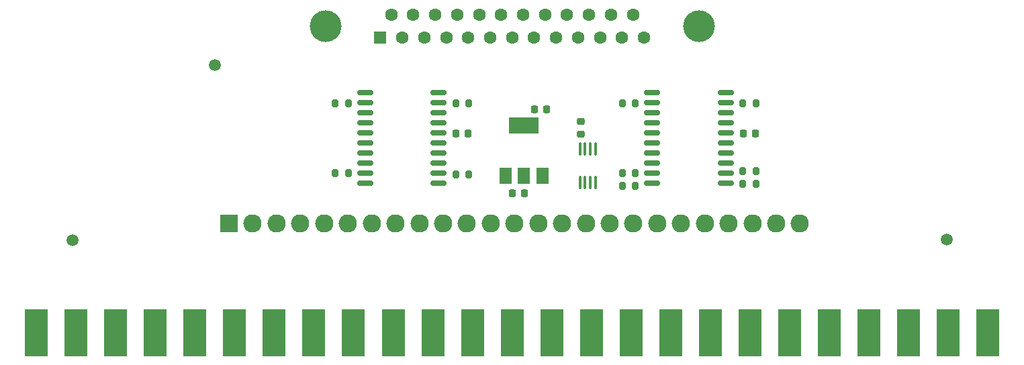
<source format=gbr>
%TF.GenerationSoftware,KiCad,Pcbnew,(6.0.7)*%
%TF.CreationDate,2023-11-19T20:40:49-06:00*%
%TF.ProjectId,Male ECU Connector,4d616c65-2045-4435-9520-436f6e6e6563,rev?*%
%TF.SameCoordinates,Original*%
%TF.FileFunction,Soldermask,Top*%
%TF.FilePolarity,Negative*%
%FSLAX46Y46*%
G04 Gerber Fmt 4.6, Leading zero omitted, Abs format (unit mm)*
G04 Created by KiCad (PCBNEW (6.0.7)) date 2023-11-19 20:40:49*
%MOMM*%
%LPD*%
G01*
G04 APERTURE LIST*
G04 Aperture macros list*
%AMRoundRect*
0 Rectangle with rounded corners*
0 $1 Rounding radius*
0 $2 $3 $4 $5 $6 $7 $8 $9 X,Y pos of 4 corners*
0 Add a 4 corners polygon primitive as box body*
4,1,4,$2,$3,$4,$5,$6,$7,$8,$9,$2,$3,0*
0 Add four circle primitives for the rounded corners*
1,1,$1+$1,$2,$3*
1,1,$1+$1,$4,$5*
1,1,$1+$1,$6,$7*
1,1,$1+$1,$8,$9*
0 Add four rect primitives between the rounded corners*
20,1,$1+$1,$2,$3,$4,$5,0*
20,1,$1+$1,$4,$5,$6,$7,0*
20,1,$1+$1,$6,$7,$8,$9,0*
20,1,$1+$1,$8,$9,$2,$3,0*%
G04 Aperture macros list end*
%ADD10C,4.000000*%
%ADD11R,1.600000X1.600000*%
%ADD12C,1.600000*%
%ADD13R,3.000000X6.000000*%
%ADD14R,2.300000X2.300000*%
%ADD15O,2.300000X2.300000*%
%ADD16RoundRect,0.225000X-0.225000X-0.250000X0.225000X-0.250000X0.225000X0.250000X-0.225000X0.250000X0*%
%ADD17RoundRect,0.200000X-0.200000X-0.275000X0.200000X-0.275000X0.200000X0.275000X-0.200000X0.275000X0*%
%ADD18RoundRect,0.200000X0.200000X0.275000X-0.200000X0.275000X-0.200000X-0.275000X0.200000X-0.275000X0*%
%ADD19RoundRect,0.225000X0.225000X0.250000X-0.225000X0.250000X-0.225000X-0.250000X0.225000X-0.250000X0*%
%ADD20RoundRect,0.225000X0.250000X-0.225000X0.250000X0.225000X-0.250000X0.225000X-0.250000X-0.225000X0*%
%ADD21R,1.500000X2.000000*%
%ADD22R,3.800000X2.000000*%
%ADD23RoundRect,0.150000X-0.875000X-0.150000X0.875000X-0.150000X0.875000X0.150000X-0.875000X0.150000X0*%
%ADD24C,1.500000*%
%ADD25RoundRect,0.100000X0.100000X-0.712500X0.100000X0.712500X-0.100000X0.712500X-0.100000X-0.712500X0*%
G04 APERTURE END LIST*
D10*
%TO.C,J1*%
X125950000Y-69080000D03*
X173050000Y-69080000D03*
D11*
X132880000Y-70500000D03*
D12*
X135650000Y-70500000D03*
X138420000Y-70500000D03*
X141190000Y-70500000D03*
X143960000Y-70500000D03*
X146730000Y-70500000D03*
X149500000Y-70500000D03*
X152270000Y-70500000D03*
X155040000Y-70500000D03*
X157810000Y-70500000D03*
X160580000Y-70500000D03*
X163350000Y-70500000D03*
X166120000Y-70500000D03*
X134265000Y-67660000D03*
X137035000Y-67660000D03*
X139805000Y-67660000D03*
X142575000Y-67660000D03*
X145345000Y-67660000D03*
X148115000Y-67660000D03*
X150885000Y-67660000D03*
X153655000Y-67660000D03*
X156425000Y-67660000D03*
X159195000Y-67660000D03*
X161965000Y-67660000D03*
X164735000Y-67660000D03*
%TD*%
D13*
%TO.C,J3*%
X89500000Y-107750000D03*
X94500000Y-107750000D03*
X99500000Y-107750000D03*
X104500000Y-107750000D03*
X109500000Y-107750000D03*
X114500000Y-107750000D03*
X119500000Y-107750000D03*
X124500000Y-107750000D03*
X129500000Y-107750000D03*
X134500000Y-107750000D03*
X139500000Y-107750000D03*
X144500000Y-107750000D03*
X149500000Y-107750000D03*
X154500000Y-107750000D03*
X159500000Y-107750000D03*
X164500000Y-107750000D03*
X169500000Y-107750000D03*
X174500000Y-107750000D03*
X179500000Y-107750000D03*
X184500000Y-107750000D03*
X189500000Y-107750000D03*
X194500000Y-107750000D03*
X199500000Y-107750000D03*
X204500000Y-107750000D03*
X209500000Y-107750000D03*
%TD*%
D14*
%TO.C,J2*%
X113800000Y-94000000D03*
D15*
X116800000Y-94000000D03*
X119800000Y-94000000D03*
X122800000Y-94000000D03*
X125800000Y-94000000D03*
X128800000Y-94000000D03*
X131800000Y-94000000D03*
X134800000Y-94000000D03*
X137800000Y-94000000D03*
X140800000Y-94000000D03*
X143800000Y-94000000D03*
X146800000Y-94000000D03*
X149800000Y-94000000D03*
X152800000Y-94000000D03*
X155800000Y-94000000D03*
X158800000Y-94000000D03*
X161800000Y-94000000D03*
X164800000Y-94000000D03*
X167800000Y-94000000D03*
X170800000Y-94000000D03*
X173800000Y-94000000D03*
X176800000Y-94000000D03*
X179800000Y-94000000D03*
X182800000Y-94000000D03*
X185800000Y-94000000D03*
%TD*%
D16*
%TO.C,C5*%
X142425000Y-82600000D03*
X143975000Y-82600000D03*
%TD*%
D17*
%TO.C,R9*%
X127175000Y-87600000D03*
X128825000Y-87600000D03*
%TD*%
D18*
%TO.C,R10*%
X144025000Y-78800000D03*
X142375000Y-78800000D03*
%TD*%
D19*
%TO.C,C2*%
X151055000Y-90170000D03*
X149505000Y-90170000D03*
%TD*%
D20*
%TO.C,C1*%
X158155000Y-82687500D03*
X158155000Y-81137500D03*
%TD*%
D21*
%TO.C,U1*%
X148700000Y-87950000D03*
X151000000Y-87950000D03*
D22*
X151000000Y-81650000D03*
D21*
X153300000Y-87950000D03*
%TD*%
D17*
%TO.C,R6*%
X127175000Y-78800000D03*
X128825000Y-78800000D03*
%TD*%
D16*
%TO.C,C3*%
X152305000Y-79570000D03*
X153855000Y-79570000D03*
%TD*%
D23*
%TO.C,U2*%
X167150000Y-77485000D03*
X167150000Y-78755000D03*
X167150000Y-80025000D03*
X167150000Y-81295000D03*
X167150000Y-82565000D03*
X167150000Y-83835000D03*
X167150000Y-85105000D03*
X167150000Y-86375000D03*
X167150000Y-87645000D03*
X167150000Y-88915000D03*
X176450000Y-88915000D03*
X176450000Y-87645000D03*
X176450000Y-86375000D03*
X176450000Y-85105000D03*
X176450000Y-83835000D03*
X176450000Y-82565000D03*
X176450000Y-81295000D03*
X176450000Y-80025000D03*
X176450000Y-78755000D03*
X176450000Y-77485000D03*
%TD*%
D16*
%TO.C,C4*%
X178625000Y-82600000D03*
X180175000Y-82600000D03*
%TD*%
D17*
%TO.C,R1*%
X178575000Y-89000000D03*
X180225000Y-89000000D03*
%TD*%
%TO.C,R7*%
X163375000Y-87600000D03*
X165025000Y-87600000D03*
%TD*%
%TO.C,R5*%
X163375000Y-78800000D03*
X165025000Y-78800000D03*
%TD*%
D18*
%TO.C,R3*%
X144025000Y-87800000D03*
X142375000Y-87800000D03*
%TD*%
D24*
%TO.C,FID1*%
X94100000Y-96100000D03*
%TD*%
D23*
%TO.C,U3*%
X130950000Y-77485000D03*
X130950000Y-78755000D03*
X130950000Y-80025000D03*
X130950000Y-81295000D03*
X130950000Y-82565000D03*
X130950000Y-83835000D03*
X130950000Y-85105000D03*
X130950000Y-86375000D03*
X130950000Y-87645000D03*
X130950000Y-88915000D03*
X140250000Y-88915000D03*
X140250000Y-87645000D03*
X140250000Y-86375000D03*
X140250000Y-85105000D03*
X140250000Y-83835000D03*
X140250000Y-82565000D03*
X140250000Y-81295000D03*
X140250000Y-80025000D03*
X140250000Y-78755000D03*
X140250000Y-77485000D03*
%TD*%
D25*
%TO.C,U4*%
X158050000Y-88825000D03*
X158700000Y-88825000D03*
X159350000Y-88825000D03*
X160000000Y-88825000D03*
X160000000Y-84600000D03*
X159350000Y-84600000D03*
X158700000Y-84600000D03*
X158050000Y-84600000D03*
%TD*%
D24*
%TO.C,FID3*%
X112000000Y-74000000D03*
%TD*%
D18*
%TO.C,R4*%
X180225000Y-87400000D03*
X178575000Y-87400000D03*
%TD*%
%TO.C,R2*%
X165025000Y-89200000D03*
X163375000Y-89200000D03*
%TD*%
%TO.C,R8*%
X180225000Y-78800000D03*
X178575000Y-78800000D03*
%TD*%
D24*
%TO.C,FID2*%
X204300000Y-96000000D03*
%TD*%
M02*

</source>
